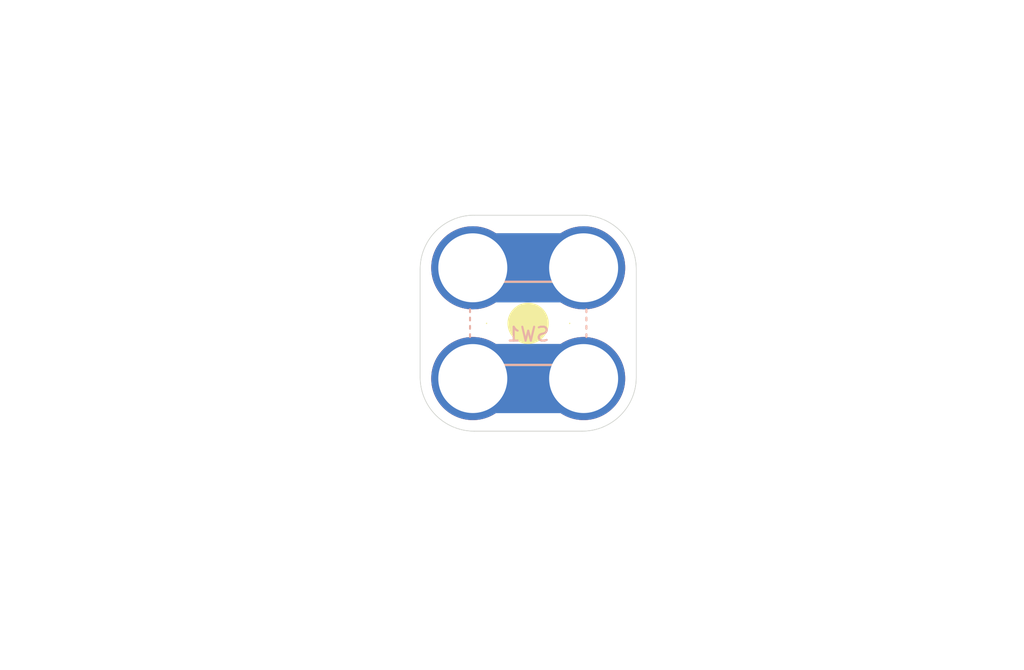
<source format=kicad_pcb>
(kicad_pcb (version 4) (host pcbnew 4.0.4+e1-6308~48~ubuntu16.04.1-stable)

  (general
    (links 2)
    (no_connects 2)
    (area 0 0 0 0)
    (thickness 1.6)
    (drawings 17)
    (tracks 0)
    (zones 0)
    (modules 1)
    (nets 3)
  )

  (page USLetter)
  (title_block
    (title "2x2 Momentary Pushbutton Module")
    (date "December 15, 2016")
    (rev 1.0)
    (company "All rights reserved.")
    (comment 1 help@browndoggadgets.com)
    (comment 2 http://browndoggadgets.com/)
    (comment 3 "Brown Dog Gadgets")
  )

  (layers
    (0 F.Cu signal)
    (31 B.Cu signal)
    (34 B.Paste user)
    (35 F.Paste user)
    (36 B.SilkS user)
    (37 F.SilkS user)
    (38 B.Mask user)
    (39 F.Mask user)
    (44 Edge.Cuts user)
    (46 B.CrtYd user)
    (47 F.CrtYd user)
    (48 B.Fab user)
    (49 F.Fab user)
  )

  (setup
    (last_trace_width 0.254)
    (user_trace_width 0.1524)
    (user_trace_width 0.254)
    (user_trace_width 0.3302)
    (user_trace_width 0.508)
    (user_trace_width 0.762)
    (user_trace_width 1.27)
    (trace_clearance 0.254)
    (zone_clearance 0.508)
    (zone_45_only no)
    (trace_min 0.1524)
    (segment_width 0.1524)
    (edge_width 0.1524)
    (via_size 0.6858)
    (via_drill 0.3302)
    (via_min_size 0.6858)
    (via_min_drill 0.3302)
    (user_via 0.6858 0.3302)
    (user_via 0.762 0.4064)
    (user_via 0.8636 0.508)
    (uvia_size 0.6858)
    (uvia_drill 0.3302)
    (uvias_allowed no)
    (uvia_min_size 0)
    (uvia_min_drill 0)
    (pcb_text_width 0.1524)
    (pcb_text_size 1.016 1.016)
    (mod_edge_width 0.1524)
    (mod_text_size 1.016 1.016)
    (mod_text_width 0.1524)
    (pad_size 1.524 1.524)
    (pad_drill 0.762)
    (pad_to_mask_clearance 0.0762)
    (solder_mask_min_width 0.1016)
    (pad_to_paste_clearance -0.0762)
    (aux_axis_origin 0 0)
    (visible_elements FFFEDF7D)
    (pcbplotparams
      (layerselection 0x310fc_80000001)
      (usegerberextensions true)
      (excludeedgelayer true)
      (linewidth 0.100000)
      (plotframeref false)
      (viasonmask false)
      (mode 1)
      (useauxorigin false)
      (hpglpennumber 1)
      (hpglpenspeed 20)
      (hpglpendiameter 15)
      (hpglpenoverlay 2)
      (psnegative false)
      (psa4output false)
      (plotreference true)
      (plotvalue true)
      (plotinvisibletext false)
      (padsonsilk false)
      (subtractmaskfromsilk false)
      (outputformat 1)
      (mirror false)
      (drillshape 0)
      (scaleselection 1)
      (outputdirectory gerbers))
  )

  (net 0 "")
  (net 1 /1)
  (net 2 /2)

  (net_class Default "This is the default net class."
    (clearance 0.254)
    (trace_width 0.254)
    (via_dia 0.6858)
    (via_drill 0.3302)
    (uvia_dia 0.6858)
    (uvia_drill 0.3302)
    (add_net /1)
    (add_net /2)
  )

  (module Rewire_Circuits:BUTTON-2x2-TH-OMRON-B3F-1XXX (layer F.Cu) (tedit 582F57AE) (tstamp 585337E9)
    (at 138.7 102.2)
    (descr "BUTTON 2x2 TH OMRON B3F-1XXX")
    (tags "Omron B3F-10xx")
    (path /58531A9A)
    (fp_text reference SW1 (at 4 -3.2) (layer B.SilkS)
      (effects (font (size 1 1) (thickness 0.15)) (justify mirror))
    )
    (fp_text value SW_PUSH (at 4 -12 180) (layer F.Fab) hide
      (effects (font (size 1 1) (thickness 0.15)))
    )
    (fp_text user %R (at 4 -4) (layer F.Fab)
      (effects (font (size 1 1) (thickness 0.15)))
    )
    (fp_line (start 0 -8) (end 8 -8) (layer B.Cu) (width 5))
    (fp_line (start -0.2 -5) (end -0.2 -4.8) (layer B.SilkS) (width 0.15))
    (fp_circle (center 3.9934 -3.9858) (end 4.9934 -2.9858) (layer F.SilkS) (width 0.15))
    (fp_line (start 1.9934 -0.9858) (end 5.9934 -0.9858) (layer F.SilkS) (width 0.15))
    (fp_line (start 1.9934 -6.9858) (end 5.9934 -6.9858) (layer F.SilkS) (width 0.15))
    (fp_line (start 0.9934 -3.9858) (end 0.9934 -3.9858) (layer F.SilkS) (width 0))
    (fp_line (start 5.9934 -0.9858) (end 1.9934 -0.9858) (layer F.SilkS) (width 0))
    (fp_line (start 5.9934 -6.9858) (end 1.9934 -6.9858) (layer F.SilkS) (width 0))
    (fp_line (start 6.9934 -3.9858) (end 6.9934 -3.9858) (layer F.SilkS) (width 0))
    (fp_circle (center 3.9934 -3.9858) (end 4.9934 -2.9858) (layer F.SilkS) (width 0))
    (fp_line (start 1.9934 -7) (end 5.9934 -7) (layer B.SilkS) (width 0.15))
    (fp_line (start 1.9934 -0.9858) (end 5.9934 -0.9858) (layer B.SilkS) (width 0.15))
    (fp_line (start -0.2 -4.4) (end -0.2 -4.2) (layer B.SilkS) (width 0.15))
    (fp_line (start -0.2 -3.8) (end -0.2 -3.6) (layer B.SilkS) (width 0.15))
    (fp_line (start -0.2 -3.2) (end -0.2 -3) (layer B.SilkS) (width 0.15))
    (fp_line (start 8.2 -3.8) (end 8.2 -3.6) (layer B.SilkS) (width 0.15))
    (fp_line (start 8.2 -5) (end 8.2 -4.8) (layer B.SilkS) (width 0.15))
    (fp_line (start 8.2 -4.4) (end 8.2 -4.2) (layer B.SilkS) (width 0.15))
    (fp_line (start 8.2 -3.2) (end 8.2 -3) (layer B.SilkS) (width 0.15))
    (fp_line (start 0 0) (end 8 0) (layer B.Cu) (width 5))
    (fp_line (start 0 0) (end 8 0) (layer B.Mask) (width 5))
    (fp_line (start 0 -8) (end 8 -8) (layer B.Mask) (width 5))
    (fp_line (start 7.9 -11.8) (end 0.1 -11.8) (layer Edge.Cuts) (width 0.04064))
    (fp_line (start 7.9 3.8) (end 0.1 3.8) (layer Edge.Cuts) (width 0.04064))
    (fp_line (start 11.8 -0.1) (end 11.8 -7.9) (layer Edge.Cuts) (width 0.04064))
    (fp_line (start -3.8 -0.1) (end -3.8 -7.9) (layer Edge.Cuts) (width 0.04064))
    (fp_arc (start 7.9 -7.9) (end 7.9 -11.8) (angle 90) (layer Edge.Cuts) (width 0.04064))
    (fp_arc (start 7.9 -0.1) (end 11.8 -0.1) (angle 90) (layer Edge.Cuts) (width 0.04064))
    (fp_arc (start 0.1 -0.1) (end 0.1 3.8) (angle 90) (layer Edge.Cuts) (width 0.04064))
    (fp_arc (start 0.1 -7.9) (end -3.8 -7.9) (angle 90) (layer Edge.Cuts) (width 0.04064))
    (fp_line (start 7.9 -11.8) (end 0.1 -11.8) (layer F.Fab) (width 0.04064))
    (fp_line (start 7.9 3.8) (end 0.1 3.8) (layer F.Fab) (width 0.04064))
    (fp_line (start 11.8 -0.1) (end 11.8 -7.9) (layer F.Fab) (width 0.04064))
    (fp_line (start -3.8 -0.1) (end -3.8 -7.9) (layer F.Fab) (width 0.04064))
    (fp_arc (start 7.9 -7.9) (end 7.9 -11.8) (angle 90) (layer F.Fab) (width 0.04064))
    (fp_arc (start 7.9 -0.1) (end 11.8 -0.1) (angle 90) (layer F.Fab) (width 0.04064))
    (fp_arc (start 0.1 -0.1) (end 0.1 3.8) (angle 90) (layer F.Fab) (width 0.04064))
    (fp_arc (start 0.1 -7.9) (end -3.8 -7.9) (angle 90) (layer F.Fab) (width 0.04064))
    (fp_line (start 7.9 -11.8) (end 0.1 -11.8) (layer Edge.Cuts) (width 0.04064))
    (fp_line (start 7.9 3.8) (end 0.1 3.8) (layer Edge.Cuts) (width 0.04064))
    (fp_line (start 11.8 -0.1) (end 11.8 -7.9) (layer Edge.Cuts) (width 0.04064))
    (fp_line (start -3.8 -0.1) (end -3.8 -7.9) (layer Edge.Cuts) (width 0.04064))
    (fp_arc (start 7.9 -7.9) (end 7.9 -11.8) (angle 90) (layer Edge.Cuts) (width 0.04064))
    (fp_arc (start 7.9 -0.1) (end 11.8 -0.1) (angle 90) (layer Edge.Cuts) (width 0.04064))
    (fp_arc (start 0.1 -0.1) (end 0.1 3.8) (angle 90) (layer Edge.Cuts) (width 0.04064))
    (fp_arc (start 0.1 -7.9) (end -3.8 -7.9) (angle 90) (layer Edge.Cuts) (width 0.04064))
    (pad 1 thru_hole circle (at 8 -8) (size 6 6) (drill 4.98) (layers *.Cu *.Mask)
      (net 1 /1))
    (pad 1 thru_hole circle (at 0 -8) (size 6 6) (drill 4.98) (layers *.Cu *.Mask)
      (net 1 /1))
    (pad 2 thru_hole circle (at 8 0) (size 6 6) (drill 4.98) (layers *.Cu *.Mask)
      (net 2 /2))
    (pad 2 thru_hole circle (at 0 0) (size 6 6) (drill 4.98) (layers *.Cu *.Mask)
      (net 2 /2))
  )

  (gr_circle (center 117.348 76.962) (end 118.618 76.962) (layer Dwgs.User) (width 0.15))
  (gr_line (start 114.427 78.994) (end 114.427 74.93) (angle 90) (layer Dwgs.User) (width 0.15))
  (gr_line (start 120.269 78.994) (end 114.427 78.994) (angle 90) (layer Dwgs.User) (width 0.15))
  (gr_line (start 120.269 74.93) (end 120.269 78.994) (angle 90) (layer Dwgs.User) (width 0.15))
  (gr_line (start 114.427 74.93) (end 120.269 74.93) (angle 90) (layer Dwgs.User) (width 0.15))
  (gr_line (start 120.523 93.98) (end 104.648 93.98) (angle 90) (layer Dwgs.User) (width 0.15))
  (gr_line (start 173.355 102.235) (end 173.355 94.615) (angle 90) (layer Dwgs.User) (width 0.15))
  (gr_line (start 178.435 102.235) (end 173.355 102.235) (angle 90) (layer Dwgs.User) (width 0.15))
  (gr_line (start 178.435 94.615) (end 178.435 102.235) (angle 90) (layer Dwgs.User) (width 0.15))
  (gr_line (start 173.355 94.615) (end 178.435 94.615) (angle 90) (layer Dwgs.User) (width 0.15))
  (gr_line (start 109.093 123.19) (end 109.093 114.3) (angle 90) (layer Dwgs.User) (width 0.15))
  (gr_line (start 122.428 123.19) (end 109.093 123.19) (angle 90) (layer Dwgs.User) (width 0.15))
  (gr_line (start 122.428 114.3) (end 122.428 123.19) (angle 90) (layer Dwgs.User) (width 0.15))
  (gr_line (start 109.093 114.3) (end 122.428 114.3) (angle 90) (layer Dwgs.User) (width 0.15))
  (gr_line (start 104.648 93.98) (end 104.648 82.55) (angle 90) (layer Dwgs.User) (width 0.15))
  (gr_line (start 120.523 82.55) (end 120.523 93.98) (angle 90) (layer Dwgs.User) (width 0.15))
  (gr_line (start 104.648 82.55) (end 120.523 82.55) (angle 90) (layer Dwgs.User) (width 0.15))

)

</source>
